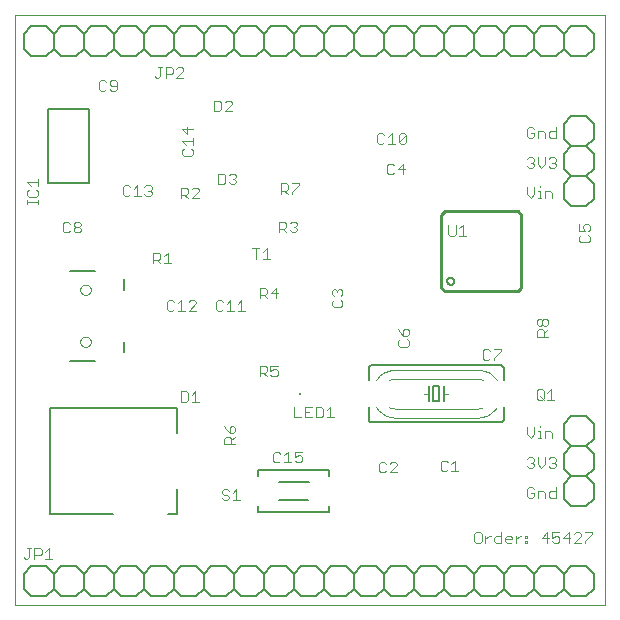
<source format=gto>
G75*
G70*
%OFA0B0*%
%FSLAX24Y24*%
%IPPOS*%
%LPD*%
%AMOC8*
5,1,8,0,0,1.08239X$1,22.5*
%
%ADD10C,0.0000*%
%ADD11C,0.0040*%
%ADD12C,0.0100*%
%ADD13C,0.0050*%
%ADD14C,0.0030*%
%ADD15C,0.0060*%
%ADD16C,0.0080*%
%ADD17C,0.0020*%
%ADD18R,0.0079X0.0079*%
D10*
X000500Y000107D02*
X000500Y019792D01*
X020185Y019792D01*
X020185Y000107D01*
X000500Y000107D01*
X002681Y008886D02*
X002683Y008912D01*
X002689Y008938D01*
X002699Y008963D01*
X002712Y008986D01*
X002728Y009006D01*
X002748Y009024D01*
X002770Y009039D01*
X002793Y009051D01*
X002819Y009059D01*
X002845Y009063D01*
X002871Y009063D01*
X002897Y009059D01*
X002923Y009051D01*
X002947Y009039D01*
X002968Y009024D01*
X002988Y009006D01*
X003004Y008986D01*
X003017Y008963D01*
X003027Y008938D01*
X003033Y008912D01*
X003035Y008886D01*
X003033Y008860D01*
X003027Y008834D01*
X003017Y008809D01*
X003004Y008786D01*
X002988Y008766D01*
X002968Y008748D01*
X002946Y008733D01*
X002923Y008721D01*
X002897Y008713D01*
X002871Y008709D01*
X002845Y008709D01*
X002819Y008713D01*
X002793Y008721D01*
X002769Y008733D01*
X002748Y008748D01*
X002728Y008766D01*
X002712Y008786D01*
X002699Y008809D01*
X002689Y008834D01*
X002683Y008860D01*
X002681Y008886D01*
X002681Y010619D02*
X002683Y010645D01*
X002689Y010671D01*
X002699Y010696D01*
X002712Y010719D01*
X002728Y010739D01*
X002748Y010757D01*
X002770Y010772D01*
X002793Y010784D01*
X002819Y010792D01*
X002845Y010796D01*
X002871Y010796D01*
X002897Y010792D01*
X002923Y010784D01*
X002947Y010772D01*
X002968Y010757D01*
X002988Y010739D01*
X003004Y010719D01*
X003017Y010696D01*
X003027Y010671D01*
X003033Y010645D01*
X003035Y010619D01*
X003033Y010593D01*
X003027Y010567D01*
X003017Y010542D01*
X003004Y010519D01*
X002988Y010499D01*
X002968Y010481D01*
X002946Y010466D01*
X002923Y010454D01*
X002897Y010446D01*
X002871Y010442D01*
X002845Y010442D01*
X002819Y010446D01*
X002793Y010454D01*
X002769Y010466D01*
X002748Y010481D01*
X002728Y010499D01*
X002712Y010519D01*
X002699Y010542D01*
X002689Y010567D01*
X002683Y010593D01*
X002681Y010619D01*
D11*
X002638Y012536D02*
X002520Y012536D01*
X002461Y012595D01*
X002461Y012654D01*
X002520Y012713D01*
X002638Y012713D01*
X002697Y012654D01*
X002697Y012595D01*
X002638Y012536D01*
X002638Y012713D02*
X002697Y012772D01*
X002697Y012831D01*
X002638Y012890D01*
X002520Y012890D01*
X002461Y012831D01*
X002461Y012772D01*
X002520Y012713D01*
X002334Y012595D02*
X002275Y012536D01*
X002157Y012536D01*
X002098Y012595D01*
X002098Y012831D01*
X002157Y012890D01*
X002275Y012890D01*
X002334Y012831D01*
X001272Y013485D02*
X001272Y013603D01*
X001272Y013544D02*
X000918Y013544D01*
X000918Y013485D02*
X000918Y013603D01*
X000977Y013727D02*
X001213Y013727D01*
X001272Y013786D01*
X001272Y013904D01*
X001213Y013963D01*
X001272Y014089D02*
X001272Y014325D01*
X001272Y014207D02*
X000918Y014207D01*
X001036Y014089D01*
X000977Y013963D02*
X000918Y013904D01*
X000918Y013786D01*
X000977Y013727D01*
X004099Y013812D02*
X004158Y013753D01*
X004276Y013753D01*
X004335Y013812D01*
X004461Y013753D02*
X004697Y013753D01*
X004579Y013753D02*
X004579Y014107D01*
X004461Y013989D01*
X004335Y014048D02*
X004276Y014107D01*
X004158Y014107D01*
X004099Y014048D01*
X004099Y013812D01*
X004824Y013812D02*
X004883Y013753D01*
X005001Y013753D01*
X005060Y013812D01*
X005060Y013871D01*
X005001Y013930D01*
X004942Y013930D01*
X005001Y013930D02*
X005060Y013989D01*
X005060Y014048D01*
X005001Y014107D01*
X004883Y014107D01*
X004824Y014048D01*
X006030Y014028D02*
X006030Y013674D01*
X006030Y013792D02*
X006207Y013792D01*
X006266Y013851D01*
X006266Y013969D01*
X006207Y014028D01*
X006030Y014028D01*
X006148Y013792D02*
X006266Y013674D01*
X006392Y013674D02*
X006628Y013910D01*
X006628Y013969D01*
X006569Y014028D01*
X006451Y014028D01*
X006392Y013969D01*
X006392Y013674D02*
X006628Y013674D01*
X007281Y014143D02*
X007458Y014143D01*
X007517Y014202D01*
X007517Y014438D01*
X007458Y014497D01*
X007281Y014497D01*
X007281Y014143D01*
X007644Y014202D02*
X007703Y014143D01*
X007821Y014143D01*
X007880Y014202D01*
X007880Y014261D01*
X007821Y014320D01*
X007762Y014320D01*
X007821Y014320D02*
X007880Y014379D01*
X007880Y014438D01*
X007821Y014497D01*
X007703Y014497D01*
X007644Y014438D01*
X006427Y015151D02*
X006368Y015092D01*
X006132Y015092D01*
X006073Y015151D01*
X006073Y015269D01*
X006132Y015328D01*
X006191Y015455D02*
X006073Y015573D01*
X006427Y015573D01*
X006427Y015455D02*
X006427Y015691D01*
X006250Y015817D02*
X006250Y016053D01*
X006427Y015994D02*
X006073Y015994D01*
X006250Y015817D01*
X006368Y015328D02*
X006427Y015269D01*
X006427Y015151D01*
X007140Y016574D02*
X007317Y016574D01*
X007376Y016633D01*
X007376Y016869D01*
X007317Y016928D01*
X007140Y016928D01*
X007140Y016574D01*
X007503Y016574D02*
X007739Y016810D01*
X007739Y016869D01*
X007680Y016928D01*
X007562Y016928D01*
X007503Y016869D01*
X007503Y016574D02*
X007739Y016574D01*
X006124Y017681D02*
X005888Y017681D01*
X006124Y017917D01*
X006124Y017976D01*
X006065Y018035D01*
X005947Y018035D01*
X005888Y017976D01*
X005762Y017976D02*
X005762Y017858D01*
X005703Y017799D01*
X005526Y017799D01*
X005526Y017681D02*
X005526Y018035D01*
X005703Y018035D01*
X005762Y017976D01*
X005399Y018035D02*
X005281Y018035D01*
X005340Y018035D02*
X005340Y017740D01*
X005281Y017681D01*
X005222Y017681D01*
X005163Y017740D01*
X003897Y017540D02*
X003897Y017304D01*
X003838Y017245D01*
X003720Y017245D01*
X003661Y017304D01*
X003535Y017304D02*
X003476Y017245D01*
X003358Y017245D01*
X003299Y017304D01*
X003299Y017540D01*
X003358Y017599D01*
X003476Y017599D01*
X003535Y017540D01*
X003661Y017540D02*
X003661Y017481D01*
X003720Y017422D01*
X003897Y017422D01*
X003897Y017540D02*
X003838Y017599D01*
X003720Y017599D01*
X003661Y017540D01*
X009311Y012896D02*
X009311Y012542D01*
X009311Y012660D02*
X009488Y012660D01*
X009547Y012719D01*
X009547Y012837D01*
X009488Y012896D01*
X009311Y012896D01*
X009429Y012660D02*
X009547Y012542D01*
X009674Y012601D02*
X009733Y012542D01*
X009851Y012542D01*
X009910Y012601D01*
X009910Y012660D01*
X009851Y012719D01*
X009792Y012719D01*
X009851Y012719D02*
X009910Y012778D01*
X009910Y012837D01*
X009851Y012896D01*
X009733Y012896D01*
X009674Y012837D01*
X008894Y012001D02*
X008894Y011647D01*
X008776Y011647D02*
X009012Y011647D01*
X008776Y011883D02*
X008894Y012001D01*
X008649Y012001D02*
X008413Y012001D01*
X008531Y012001D02*
X008531Y011647D01*
X008679Y010686D02*
X008856Y010686D01*
X008915Y010627D01*
X008915Y010509D01*
X008856Y010450D01*
X008679Y010450D01*
X008679Y010332D02*
X008679Y010686D01*
X008797Y010450D02*
X008915Y010332D01*
X009042Y010509D02*
X009278Y010509D01*
X009219Y010332D02*
X009219Y010686D01*
X009042Y010509D01*
X008168Y009924D02*
X007932Y009924D01*
X008050Y009924D02*
X008050Y010278D01*
X007932Y010160D01*
X007806Y009924D02*
X007570Y009924D01*
X007688Y009924D02*
X007688Y010278D01*
X007570Y010160D01*
X007443Y010219D02*
X007384Y010278D01*
X007266Y010278D01*
X007207Y010219D01*
X007207Y009983D01*
X007266Y009924D01*
X007384Y009924D01*
X007443Y009983D01*
X006534Y009930D02*
X006298Y009930D01*
X006534Y010166D01*
X006534Y010225D01*
X006475Y010284D01*
X006357Y010284D01*
X006298Y010225D01*
X006054Y010284D02*
X006054Y009930D01*
X005936Y009930D02*
X006172Y009930D01*
X005936Y010166D02*
X006054Y010284D01*
X005809Y010225D02*
X005750Y010284D01*
X005632Y010284D01*
X005573Y010225D01*
X005573Y009989D01*
X005632Y009930D01*
X005750Y009930D01*
X005809Y009989D01*
X005713Y011503D02*
X005477Y011503D01*
X005595Y011503D02*
X005595Y011857D01*
X005477Y011739D01*
X005350Y011798D02*
X005350Y011680D01*
X005291Y011621D01*
X005114Y011621D01*
X005114Y011503D02*
X005114Y011857D01*
X005291Y011857D01*
X005350Y011798D01*
X005232Y011621D02*
X005350Y011503D01*
X008660Y008091D02*
X008837Y008091D01*
X008896Y008032D01*
X008896Y007914D01*
X008837Y007855D01*
X008660Y007855D01*
X008778Y007855D02*
X008896Y007737D01*
X009022Y007796D02*
X009081Y007737D01*
X009199Y007737D01*
X009258Y007796D01*
X009258Y007914D01*
X009199Y007973D01*
X009140Y007973D01*
X009022Y007914D01*
X009022Y008091D01*
X009258Y008091D01*
X008660Y008091D02*
X008660Y007737D01*
X009812Y006719D02*
X009812Y006365D01*
X010048Y006365D01*
X010175Y006365D02*
X010411Y006365D01*
X010537Y006365D02*
X010714Y006365D01*
X010773Y006424D01*
X010773Y006660D01*
X010714Y006719D01*
X010537Y006719D01*
X010537Y006365D01*
X010293Y006542D02*
X010175Y006542D01*
X010175Y006719D02*
X010175Y006365D01*
X010175Y006719D02*
X010411Y006719D01*
X010900Y006601D02*
X011018Y006719D01*
X011018Y006365D01*
X010900Y006365D02*
X011136Y006365D01*
X010079Y005219D02*
X009843Y005219D01*
X009843Y005042D01*
X009961Y005101D01*
X010020Y005101D01*
X010079Y005042D01*
X010079Y004924D01*
X010020Y004865D01*
X009902Y004865D01*
X009843Y004924D01*
X009716Y004865D02*
X009480Y004865D01*
X009598Y004865D02*
X009598Y005219D01*
X009480Y005101D01*
X009353Y005160D02*
X009294Y005219D01*
X009176Y005219D01*
X009117Y005160D01*
X009117Y004924D01*
X009176Y004865D01*
X009294Y004865D01*
X009353Y004924D01*
X008004Y003611D02*
X007768Y003611D01*
X007886Y003611D02*
X007886Y003965D01*
X007768Y003847D01*
X007642Y003906D02*
X007583Y003965D01*
X007465Y003965D01*
X007406Y003906D01*
X007406Y003847D01*
X007465Y003788D01*
X007583Y003788D01*
X007642Y003729D01*
X007642Y003670D01*
X007583Y003611D01*
X007465Y003611D01*
X007406Y003670D01*
X007488Y005485D02*
X007488Y005662D01*
X007547Y005721D01*
X007665Y005721D01*
X007724Y005662D01*
X007724Y005485D01*
X007724Y005603D02*
X007842Y005721D01*
X007783Y005848D02*
X007665Y005848D01*
X007665Y006025D01*
X007724Y006084D01*
X007783Y006084D01*
X007842Y006025D01*
X007842Y005907D01*
X007783Y005848D01*
X007665Y005848D02*
X007547Y005966D01*
X007488Y006084D01*
X007488Y005485D02*
X007842Y005485D01*
X006630Y006893D02*
X006394Y006893D01*
X006512Y006893D02*
X006512Y007247D01*
X006394Y007129D01*
X006267Y007188D02*
X006267Y006952D01*
X006208Y006893D01*
X006031Y006893D01*
X006031Y007247D01*
X006208Y007247D01*
X006267Y007188D01*
X011067Y010113D02*
X011126Y010054D01*
X011362Y010054D01*
X011421Y010113D01*
X011421Y010231D01*
X011362Y010290D01*
X011362Y010417D02*
X011421Y010476D01*
X011421Y010594D01*
X011362Y010653D01*
X011303Y010653D01*
X011244Y010594D01*
X011244Y010535D01*
X011244Y010594D02*
X011185Y010653D01*
X011126Y010653D01*
X011067Y010594D01*
X011067Y010476D01*
X011126Y010417D01*
X011126Y010290D02*
X011067Y010231D01*
X011067Y010113D01*
X013276Y009328D02*
X013335Y009210D01*
X013453Y009092D01*
X013453Y009269D01*
X013512Y009328D01*
X013571Y009328D01*
X013630Y009269D01*
X013630Y009151D01*
X013571Y009092D01*
X013453Y009092D01*
X013571Y008965D02*
X013630Y008906D01*
X013630Y008788D01*
X013571Y008729D01*
X013335Y008729D01*
X013276Y008788D01*
X013276Y008906D01*
X013335Y008965D01*
X016098Y008581D02*
X016098Y008345D01*
X016157Y008286D01*
X016275Y008286D01*
X016334Y008345D01*
X016461Y008345D02*
X016461Y008286D01*
X016461Y008345D02*
X016697Y008581D01*
X016697Y008640D01*
X016461Y008640D01*
X016334Y008581D02*
X016275Y008640D01*
X016157Y008640D01*
X016098Y008581D01*
X017909Y009062D02*
X017909Y009239D01*
X017968Y009298D01*
X018086Y009298D01*
X018145Y009239D01*
X018145Y009062D01*
X018145Y009180D02*
X018263Y009298D01*
X018204Y009424D02*
X018145Y009424D01*
X018086Y009483D01*
X018086Y009601D01*
X018145Y009660D01*
X018204Y009660D01*
X018263Y009601D01*
X018263Y009483D01*
X018204Y009424D01*
X018086Y009483D02*
X018027Y009424D01*
X017968Y009424D01*
X017909Y009483D01*
X017909Y009601D01*
X017968Y009660D01*
X018027Y009660D01*
X018086Y009601D01*
X018263Y009062D02*
X017909Y009062D01*
X017950Y007302D02*
X018068Y007302D01*
X018127Y007243D01*
X018127Y007007D01*
X018068Y006948D01*
X017950Y006948D01*
X017891Y007007D01*
X017891Y007243D01*
X017950Y007302D01*
X018009Y007066D02*
X018127Y006948D01*
X018254Y006948D02*
X018490Y006948D01*
X018372Y006948D02*
X018372Y007302D01*
X018254Y007184D01*
X017995Y006093D02*
X017995Y006034D01*
X017995Y005916D02*
X017995Y005680D01*
X017936Y005680D02*
X018054Y005680D01*
X018177Y005680D02*
X018177Y005916D01*
X018354Y005916D01*
X018413Y005857D01*
X018413Y005680D01*
X017995Y005916D02*
X017936Y005916D01*
X017809Y005798D02*
X017691Y005680D01*
X017573Y005798D01*
X017573Y006034D01*
X017809Y006034D02*
X017809Y005798D01*
X017750Y005034D02*
X017632Y005034D01*
X017573Y004975D01*
X017691Y004857D02*
X017750Y004857D01*
X017809Y004798D01*
X017809Y004739D01*
X017750Y004680D01*
X017632Y004680D01*
X017573Y004739D01*
X017750Y004857D02*
X017809Y004916D01*
X017809Y004975D01*
X017750Y005034D01*
X017936Y005034D02*
X017936Y004798D01*
X018054Y004680D01*
X018172Y004798D01*
X018172Y005034D01*
X018298Y004975D02*
X018357Y005034D01*
X018475Y005034D01*
X018534Y004975D01*
X018534Y004916D01*
X018475Y004857D01*
X018534Y004798D01*
X018534Y004739D01*
X018475Y004680D01*
X018357Y004680D01*
X018298Y004739D01*
X018416Y004857D02*
X018475Y004857D01*
X018534Y004034D02*
X018534Y003680D01*
X018357Y003680D01*
X018298Y003739D01*
X018298Y003857D01*
X018357Y003916D01*
X018534Y003916D01*
X018172Y003857D02*
X018172Y003680D01*
X018172Y003857D02*
X018113Y003916D01*
X017936Y003916D01*
X017936Y003680D01*
X017809Y003739D02*
X017809Y003857D01*
X017691Y003857D01*
X017573Y003739D02*
X017632Y003680D01*
X017750Y003680D01*
X017809Y003739D01*
X017573Y003739D02*
X017573Y003975D01*
X017632Y004034D01*
X017750Y004034D01*
X017809Y003975D01*
X018236Y002534D02*
X018059Y002357D01*
X018295Y002357D01*
X018421Y002357D02*
X018539Y002416D01*
X018598Y002416D01*
X018657Y002357D01*
X018657Y002239D01*
X018598Y002180D01*
X018480Y002180D01*
X018421Y002239D01*
X018421Y002357D02*
X018421Y002534D01*
X018657Y002534D01*
X018784Y002357D02*
X019020Y002357D01*
X019146Y002475D02*
X019205Y002534D01*
X019323Y002534D01*
X019382Y002475D01*
X019382Y002416D01*
X019146Y002180D01*
X019382Y002180D01*
X019509Y002180D02*
X019509Y002239D01*
X019745Y002475D01*
X019745Y002534D01*
X019509Y002534D01*
X018961Y002534D02*
X018961Y002180D01*
X018784Y002357D02*
X018961Y002534D01*
X018236Y002534D02*
X018236Y002180D01*
X017574Y002180D02*
X017515Y002180D01*
X017515Y002239D01*
X017574Y002239D01*
X017574Y002180D01*
X017574Y002357D02*
X017515Y002357D01*
X017515Y002416D01*
X017574Y002416D01*
X017574Y002357D01*
X017390Y002416D02*
X017331Y002416D01*
X017213Y002298D01*
X017213Y002180D02*
X017213Y002416D01*
X017086Y002357D02*
X017086Y002298D01*
X016850Y002298D01*
X016850Y002239D02*
X016850Y002357D01*
X016909Y002416D01*
X017027Y002416D01*
X017086Y002357D01*
X017027Y002180D02*
X016909Y002180D01*
X016850Y002239D01*
X016724Y002180D02*
X016547Y002180D01*
X016488Y002239D01*
X016488Y002357D01*
X016547Y002416D01*
X016724Y002416D01*
X016724Y002534D02*
X016724Y002180D01*
X016363Y002416D02*
X016304Y002416D01*
X016186Y002298D01*
X016186Y002180D02*
X016186Y002416D01*
X016059Y002475D02*
X016000Y002534D01*
X015882Y002534D01*
X015823Y002475D01*
X015823Y002239D01*
X015882Y002180D01*
X016000Y002180D01*
X016059Y002239D01*
X016059Y002475D01*
X015289Y004576D02*
X015053Y004576D01*
X015171Y004576D02*
X015171Y004930D01*
X015053Y004812D01*
X014927Y004871D02*
X014868Y004930D01*
X014750Y004930D01*
X014691Y004871D01*
X014691Y004635D01*
X014750Y004576D01*
X014868Y004576D01*
X014927Y004635D01*
X013231Y004532D02*
X012995Y004532D01*
X013231Y004768D01*
X013231Y004827D01*
X013172Y004886D01*
X013054Y004886D01*
X012995Y004827D01*
X012868Y004827D02*
X012809Y004886D01*
X012691Y004886D01*
X012632Y004827D01*
X012632Y004591D01*
X012691Y004532D01*
X012809Y004532D01*
X012868Y004591D01*
X019382Y012205D02*
X019618Y012205D01*
X019677Y012264D01*
X019677Y012382D01*
X019618Y012441D01*
X019618Y012567D02*
X019677Y012626D01*
X019677Y012744D01*
X019618Y012803D01*
X019500Y012803D01*
X019441Y012744D01*
X019441Y012685D01*
X019500Y012567D01*
X019323Y012567D01*
X019323Y012803D01*
X019382Y012441D02*
X019323Y012382D01*
X019323Y012264D01*
X019382Y012205D01*
X018413Y013680D02*
X018413Y013857D01*
X018354Y013916D01*
X018177Y013916D01*
X018177Y013680D01*
X018054Y013680D02*
X017936Y013680D01*
X017995Y013680D02*
X017995Y013916D01*
X017936Y013916D01*
X017995Y014034D02*
X017995Y014093D01*
X017809Y014034D02*
X017809Y013798D01*
X017691Y013680D01*
X017573Y013798D01*
X017573Y014034D01*
X017632Y014680D02*
X017573Y014739D01*
X017632Y014680D02*
X017750Y014680D01*
X017809Y014739D01*
X017809Y014798D01*
X017750Y014857D01*
X017691Y014857D01*
X017750Y014857D02*
X017809Y014916D01*
X017809Y014975D01*
X017750Y015034D01*
X017632Y015034D01*
X017573Y014975D01*
X017936Y015034D02*
X017936Y014798D01*
X018054Y014680D01*
X018172Y014798D01*
X018172Y015034D01*
X018298Y014975D02*
X018357Y015034D01*
X018475Y015034D01*
X018534Y014975D01*
X018534Y014916D01*
X018475Y014857D01*
X018534Y014798D01*
X018534Y014739D01*
X018475Y014680D01*
X018357Y014680D01*
X018298Y014739D01*
X018416Y014857D02*
X018475Y014857D01*
X018534Y015680D02*
X018357Y015680D01*
X018298Y015739D01*
X018298Y015857D01*
X018357Y015916D01*
X018534Y015916D01*
X018534Y016034D02*
X018534Y015680D01*
X018172Y015680D02*
X018172Y015857D01*
X018113Y015916D01*
X017936Y015916D01*
X017936Y015680D01*
X017809Y015739D02*
X017809Y015857D01*
X017691Y015857D01*
X017573Y015739D02*
X017632Y015680D01*
X017750Y015680D01*
X017809Y015739D01*
X017573Y015739D02*
X017573Y015975D01*
X017632Y016034D01*
X017750Y016034D01*
X017809Y015975D01*
X013538Y015786D02*
X013538Y015550D01*
X013479Y015491D01*
X013361Y015491D01*
X013302Y015550D01*
X013538Y015786D01*
X013479Y015845D01*
X013361Y015845D01*
X013302Y015786D01*
X013302Y015550D01*
X013176Y015491D02*
X012940Y015491D01*
X013058Y015491D02*
X013058Y015845D01*
X012940Y015727D01*
X012813Y015786D02*
X012754Y015845D01*
X012636Y015845D01*
X012577Y015786D01*
X012577Y015550D01*
X012636Y015491D01*
X012754Y015491D01*
X012813Y015550D01*
X012971Y014825D02*
X012912Y014766D01*
X012912Y014530D01*
X012971Y014471D01*
X013089Y014471D01*
X013148Y014530D01*
X013274Y014648D02*
X013510Y014648D01*
X013451Y014471D02*
X013451Y014825D01*
X013274Y014648D01*
X013148Y014766D02*
X013089Y014825D01*
X012971Y014825D01*
X009969Y014166D02*
X009969Y014107D01*
X009733Y013871D01*
X009733Y013812D01*
X009606Y013812D02*
X009488Y013930D01*
X009547Y013930D02*
X009370Y013930D01*
X009370Y013812D02*
X009370Y014166D01*
X009547Y014166D01*
X009606Y014107D01*
X009606Y013989D01*
X009547Y013930D01*
X009733Y014166D02*
X009969Y014166D01*
X001636Y002004D02*
X001636Y001650D01*
X001518Y001650D02*
X001754Y001650D01*
X001518Y001886D02*
X001636Y002004D01*
X001392Y001945D02*
X001392Y001827D01*
X001333Y001768D01*
X001156Y001768D01*
X001156Y001650D02*
X001156Y002004D01*
X001333Y002004D01*
X001392Y001945D01*
X001029Y002004D02*
X000911Y002004D01*
X000970Y002004D02*
X000970Y001709D01*
X000911Y001650D01*
X000852Y001650D01*
X000793Y001709D01*
D12*
X014724Y010690D02*
X014724Y013130D01*
X014833Y013239D01*
X017274Y013239D01*
X017382Y013130D01*
X017382Y010690D01*
X017274Y010581D01*
X014833Y010581D01*
X014724Y010690D01*
D13*
X014912Y010906D02*
X014914Y010927D01*
X014920Y010947D01*
X014929Y010967D01*
X014941Y010984D01*
X014956Y010998D01*
X014974Y011010D01*
X014994Y011018D01*
X015014Y011023D01*
X015035Y011024D01*
X015056Y011021D01*
X015076Y011015D01*
X015095Y011004D01*
X015112Y010991D01*
X015125Y010975D01*
X015136Y010957D01*
X015144Y010937D01*
X015148Y010917D01*
X015148Y010895D01*
X015144Y010875D01*
X015136Y010855D01*
X015125Y010837D01*
X015112Y010821D01*
X015095Y010808D01*
X015076Y010797D01*
X015056Y010791D01*
X015035Y010788D01*
X015014Y010789D01*
X014994Y010794D01*
X014974Y010802D01*
X014956Y010814D01*
X014941Y010828D01*
X014929Y010845D01*
X014920Y010865D01*
X014914Y010885D01*
X014912Y010906D01*
D14*
X015011Y012425D02*
X015132Y012425D01*
X015193Y012486D01*
X015193Y012789D01*
X015313Y012668D02*
X015434Y012789D01*
X015434Y012425D01*
X015313Y012425D02*
X015555Y012425D01*
X015011Y012425D02*
X014950Y012486D01*
X014950Y012789D01*
D15*
X018803Y013660D02*
X019053Y013410D01*
X019553Y013410D01*
X019803Y013660D01*
X019803Y014160D01*
X019553Y014410D01*
X019803Y014660D01*
X019803Y015160D01*
X019553Y015410D01*
X019803Y015660D01*
X019803Y016160D01*
X019553Y016410D01*
X019053Y016410D01*
X018803Y016160D01*
X018803Y015660D01*
X019053Y015410D01*
X019553Y015410D01*
X019053Y015410D02*
X018803Y015160D01*
X018803Y014660D01*
X019053Y014410D01*
X019553Y014410D01*
X019053Y014410D02*
X018803Y014160D01*
X018803Y013660D01*
X018553Y018410D02*
X018053Y018410D01*
X017803Y018660D01*
X017553Y018410D01*
X017053Y018410D01*
X016803Y018660D01*
X016553Y018410D01*
X016053Y018410D01*
X015803Y018660D01*
X015553Y018410D01*
X015053Y018410D01*
X014803Y018660D01*
X014553Y018410D01*
X014053Y018410D01*
X013803Y018660D01*
X013553Y018410D01*
X013053Y018410D01*
X012803Y018660D01*
X012553Y018410D01*
X012053Y018410D01*
X011803Y018660D01*
X011553Y018410D01*
X011053Y018410D01*
X010803Y018660D01*
X010553Y018410D01*
X010053Y018410D01*
X009803Y018660D01*
X009553Y018410D01*
X009053Y018410D01*
X008803Y018660D01*
X008553Y018410D01*
X008053Y018410D01*
X007803Y018660D01*
X007553Y018410D01*
X007053Y018410D01*
X006803Y018660D01*
X006553Y018410D01*
X006053Y018410D01*
X005803Y018660D01*
X005553Y018410D01*
X005053Y018410D01*
X004803Y018660D01*
X004553Y018410D01*
X004053Y018410D01*
X003803Y018660D01*
X003553Y018410D01*
X003053Y018410D01*
X002803Y018660D01*
X002553Y018410D01*
X002053Y018410D01*
X001803Y018660D01*
X001553Y018410D01*
X001053Y018410D01*
X000803Y018660D01*
X000803Y019160D01*
X001053Y019410D01*
X001553Y019410D01*
X001803Y019160D01*
X002053Y019410D01*
X002553Y019410D01*
X002803Y019160D01*
X002803Y018660D01*
X002803Y019160D02*
X003053Y019410D01*
X003553Y019410D01*
X003803Y019160D01*
X004053Y019410D01*
X004553Y019410D01*
X004803Y019160D01*
X005053Y019410D01*
X005553Y019410D01*
X005803Y019160D01*
X005803Y018660D01*
X005803Y019160D02*
X006053Y019410D01*
X006553Y019410D01*
X006803Y019160D01*
X007053Y019410D01*
X007553Y019410D01*
X007803Y019160D01*
X008053Y019410D01*
X008553Y019410D01*
X008803Y019160D01*
X008803Y018660D01*
X008803Y019160D02*
X009053Y019410D01*
X009553Y019410D01*
X009803Y019160D01*
X010053Y019410D01*
X010553Y019410D01*
X010803Y019160D01*
X011053Y019410D01*
X011553Y019410D01*
X011803Y019160D01*
X011803Y018660D01*
X011803Y019160D02*
X012053Y019410D01*
X012553Y019410D01*
X012803Y019160D01*
X013053Y019410D01*
X013553Y019410D01*
X013803Y019160D01*
X014053Y019410D01*
X014553Y019410D01*
X014803Y019160D01*
X014803Y018660D01*
X014803Y019160D02*
X015053Y019410D01*
X015553Y019410D01*
X015803Y019160D01*
X016053Y019410D01*
X016553Y019410D01*
X016803Y019160D01*
X017053Y019410D01*
X017553Y019410D01*
X017803Y019160D01*
X017803Y018660D01*
X017803Y019160D02*
X018053Y019410D01*
X018553Y019410D01*
X018803Y019160D01*
X019053Y019410D01*
X019553Y019410D01*
X019803Y019160D01*
X019803Y018660D01*
X019553Y018410D01*
X019053Y018410D01*
X018803Y018660D01*
X018553Y018410D01*
X018803Y018660D02*
X018803Y019160D01*
X016803Y019160D02*
X016803Y018660D01*
X015803Y018660D02*
X015803Y019160D01*
X013803Y019160D02*
X013803Y018660D01*
X012803Y018660D02*
X012803Y019160D01*
X010803Y019160D02*
X010803Y018660D01*
X009803Y018660D02*
X009803Y019160D01*
X007803Y019160D02*
X007803Y018660D01*
X006803Y018660D02*
X006803Y019160D01*
X004803Y019160D02*
X004803Y018660D01*
X003803Y018660D02*
X003803Y019160D01*
X001803Y019160D02*
X001803Y018660D01*
X001622Y016640D02*
X001622Y014180D01*
X002984Y014180D01*
X002984Y016640D01*
X001622Y016640D01*
X012303Y008010D02*
X012303Y007610D01*
X012303Y008010D02*
X012305Y008027D01*
X012309Y008044D01*
X012316Y008060D01*
X012326Y008074D01*
X012339Y008087D01*
X012353Y008097D01*
X012369Y008104D01*
X012386Y008108D01*
X012403Y008110D01*
X016703Y008110D01*
X016720Y008108D01*
X016737Y008104D01*
X016753Y008097D01*
X016767Y008087D01*
X016780Y008074D01*
X016790Y008060D01*
X016797Y008044D01*
X016801Y008027D01*
X016803Y008010D01*
X016803Y007610D01*
X016803Y006710D02*
X016803Y006310D01*
X016801Y006293D01*
X016797Y006276D01*
X016790Y006260D01*
X016780Y006246D01*
X016767Y006233D01*
X016753Y006223D01*
X016737Y006216D01*
X016720Y006212D01*
X016703Y006210D01*
X012403Y006210D01*
X012386Y006212D01*
X012369Y006216D01*
X012353Y006223D01*
X012339Y006233D01*
X012326Y006246D01*
X012316Y006260D01*
X012309Y006276D01*
X012305Y006293D01*
X012303Y006310D01*
X012303Y006710D01*
X014303Y006910D02*
X014303Y007160D01*
X014303Y007410D01*
X014453Y007410D02*
X014453Y006910D01*
X014653Y006910D01*
X014653Y007410D01*
X014453Y007410D01*
X014803Y007410D02*
X014803Y007160D01*
X014803Y006910D01*
X018803Y006160D02*
X018803Y005660D01*
X019053Y005410D01*
X018803Y005160D01*
X018803Y004660D01*
X019053Y004410D01*
X018803Y004160D01*
X018803Y003660D01*
X019053Y003410D01*
X019553Y003410D01*
X019803Y003660D01*
X019803Y004160D01*
X019553Y004410D01*
X019053Y004410D01*
X019553Y004410D02*
X019803Y004660D01*
X019803Y005160D01*
X019553Y005410D01*
X019053Y005410D01*
X019553Y005410D02*
X019803Y005660D01*
X019803Y006160D01*
X019553Y006410D01*
X019053Y006410D01*
X018803Y006160D01*
X018553Y001410D02*
X018053Y001410D01*
X017803Y001160D01*
X017803Y000660D01*
X017553Y000410D01*
X017053Y000410D01*
X016803Y000660D01*
X016553Y000410D01*
X016053Y000410D01*
X015803Y000660D01*
X015553Y000410D01*
X015053Y000410D01*
X014803Y000660D01*
X014553Y000410D01*
X014053Y000410D01*
X013803Y000660D01*
X013553Y000410D01*
X013053Y000410D01*
X012803Y000660D01*
X012553Y000410D01*
X012053Y000410D01*
X011803Y000660D01*
X011553Y000410D01*
X011053Y000410D01*
X010803Y000660D01*
X010553Y000410D01*
X010053Y000410D01*
X009803Y000660D01*
X009553Y000410D01*
X009053Y000410D01*
X008803Y000660D01*
X008553Y000410D01*
X008053Y000410D01*
X007803Y000660D01*
X007553Y000410D01*
X007053Y000410D01*
X006803Y000660D01*
X006553Y000410D01*
X006053Y000410D01*
X005803Y000660D01*
X005553Y000410D01*
X005053Y000410D01*
X004803Y000660D01*
X004553Y000410D01*
X004053Y000410D01*
X003803Y000660D01*
X003553Y000410D01*
X003053Y000410D01*
X002803Y000660D01*
X002553Y000410D01*
X002053Y000410D01*
X001803Y000660D01*
X001553Y000410D01*
X001053Y000410D01*
X000803Y000660D01*
X000803Y001160D01*
X001053Y001410D01*
X001553Y001410D01*
X001803Y001160D01*
X002053Y001410D01*
X002553Y001410D01*
X002803Y001160D01*
X002803Y000660D01*
X002803Y001160D02*
X003053Y001410D01*
X003553Y001410D01*
X003803Y001160D01*
X004053Y001410D01*
X004553Y001410D01*
X004803Y001160D01*
X005053Y001410D01*
X005553Y001410D01*
X005803Y001160D01*
X005803Y000660D01*
X005803Y001160D02*
X006053Y001410D01*
X006553Y001410D01*
X006803Y001160D01*
X007053Y001410D01*
X007553Y001410D01*
X007803Y001160D01*
X008053Y001410D01*
X008553Y001410D01*
X008803Y001160D01*
X008803Y000660D01*
X008803Y001160D02*
X009053Y001410D01*
X009553Y001410D01*
X009803Y001160D01*
X010053Y001410D01*
X010553Y001410D01*
X010803Y001160D01*
X011053Y001410D01*
X011553Y001410D01*
X011803Y001160D01*
X011803Y000660D01*
X011803Y001160D02*
X012053Y001410D01*
X012553Y001410D01*
X012803Y001160D01*
X013053Y001410D01*
X013553Y001410D01*
X013803Y001160D01*
X014053Y001410D01*
X014553Y001410D01*
X014803Y001160D01*
X014803Y000660D01*
X014803Y001160D02*
X015053Y001410D01*
X015553Y001410D01*
X015803Y001160D01*
X016053Y001410D01*
X016553Y001410D01*
X016803Y001160D01*
X017053Y001410D01*
X017553Y001410D01*
X017803Y001160D01*
X017803Y000660D02*
X018053Y000410D01*
X018553Y000410D01*
X018803Y000660D01*
X019053Y000410D01*
X019553Y000410D01*
X019803Y000660D01*
X019803Y001160D01*
X019553Y001410D01*
X019053Y001410D01*
X018803Y001160D01*
X018803Y000660D01*
X018803Y001160D02*
X018553Y001410D01*
X016803Y001160D02*
X016803Y000660D01*
X015803Y000660D02*
X015803Y001160D01*
X013803Y001160D02*
X013803Y000660D01*
X012803Y000660D02*
X012803Y001160D01*
X010803Y001160D02*
X010803Y000660D01*
X009803Y000660D02*
X009803Y001160D01*
X007803Y001160D02*
X007803Y000660D01*
X006803Y000660D02*
X006803Y001160D01*
X004803Y001160D02*
X004803Y000660D01*
X003803Y000660D02*
X003803Y001160D01*
X001803Y001160D02*
X001803Y000660D01*
D16*
X001681Y003138D02*
X001681Y006682D01*
X005894Y006682D01*
X005894Y005855D01*
X005894Y003965D02*
X005894Y003138D01*
X005618Y003138D01*
X003768Y003138D02*
X001681Y003138D01*
X002346Y008256D02*
X003173Y008256D01*
X004157Y008532D02*
X004157Y008886D01*
X004157Y010619D02*
X004157Y010973D01*
X003173Y011249D02*
X002346Y011249D01*
X008622Y004599D02*
X010984Y004599D01*
X010984Y004402D01*
X010295Y004205D02*
X009311Y004205D01*
X009311Y003615D02*
X010276Y003615D01*
X010984Y003418D02*
X010984Y003221D01*
X008622Y003221D01*
X008622Y003418D01*
X008622Y004402D02*
X008622Y004599D01*
D17*
X013203Y006360D02*
X015903Y006360D01*
X015903Y006660D02*
X013203Y006660D01*
X012542Y007610D02*
X012574Y007655D01*
X012610Y007697D01*
X012649Y007737D01*
X012690Y007774D01*
X012734Y007808D01*
X012781Y007839D01*
X012829Y007867D01*
X012879Y007891D01*
X012930Y007912D01*
X012983Y007929D01*
X013037Y007943D01*
X013092Y007952D01*
X013147Y007958D01*
X013203Y007960D01*
X015903Y007960D01*
X015903Y007660D02*
X013203Y007660D01*
X013165Y007659D01*
X013128Y007654D01*
X013091Y007647D01*
X013055Y007638D01*
X013019Y007625D01*
X012985Y007610D01*
X012542Y006710D02*
X012574Y006665D01*
X012610Y006623D01*
X012649Y006583D01*
X012691Y006546D01*
X012734Y006512D01*
X012781Y006481D01*
X012829Y006453D01*
X012879Y006429D01*
X012930Y006408D01*
X012983Y006391D01*
X013037Y006377D01*
X013092Y006368D01*
X013147Y006362D01*
X013203Y006360D01*
X013203Y006660D02*
X013165Y006661D01*
X013128Y006666D01*
X013091Y006673D01*
X013055Y006682D01*
X013019Y006695D01*
X012985Y006710D01*
X014153Y007160D02*
X014303Y007160D01*
X014803Y007160D02*
X014953Y007160D01*
X015903Y006360D02*
X015959Y006362D01*
X016014Y006368D01*
X016069Y006377D01*
X016123Y006391D01*
X016176Y006408D01*
X016227Y006429D01*
X016277Y006453D01*
X016325Y006481D01*
X016372Y006512D01*
X016416Y006546D01*
X016457Y006583D01*
X016496Y006623D01*
X016532Y006665D01*
X016564Y006710D01*
X016564Y007610D02*
X016532Y007655D01*
X016496Y007697D01*
X016457Y007737D01*
X016415Y007774D01*
X016372Y007808D01*
X016325Y007839D01*
X016277Y007867D01*
X016227Y007891D01*
X016176Y007912D01*
X016123Y007929D01*
X016069Y007943D01*
X016014Y007952D01*
X015959Y007958D01*
X015903Y007960D01*
X015903Y007660D02*
X015941Y007659D01*
X015978Y007654D01*
X016015Y007647D01*
X016051Y007638D01*
X016087Y007625D01*
X016121Y007610D01*
X016121Y006710D02*
X016087Y006695D01*
X016051Y006682D01*
X016015Y006673D01*
X015978Y006666D01*
X015941Y006661D01*
X015903Y006660D01*
D18*
X010014Y007160D03*
M02*

</source>
